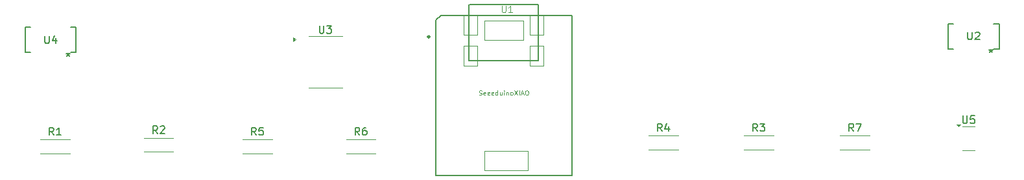
<source format=gbr>
%TF.GenerationSoftware,KiCad,Pcbnew,8.0.8*%
%TF.CreationDate,2025-05-04T21:01:19-05:00*%
%TF.ProjectId,Obstacle_detector,4f627374-6163-46c6-955f-646574656374,rev?*%
%TF.SameCoordinates,Original*%
%TF.FileFunction,Legend,Top*%
%TF.FilePolarity,Positive*%
%FSLAX46Y46*%
G04 Gerber Fmt 4.6, Leading zero omitted, Abs format (unit mm)*
G04 Created by KiCad (PCBNEW 8.0.8) date 2025-05-04 21:01:19*
%MOMM*%
%LPD*%
G01*
G04 APERTURE LIST*
%ADD10C,0.150000*%
%ADD11C,0.101600*%
%ADD12C,0.076200*%
%ADD13C,0.120000*%
%ADD14C,0.152400*%
%ADD15C,0.127000*%
%ADD16C,0.066040*%
%ADD17C,0.254000*%
G04 APERTURE END LIST*
D10*
X112293333Y-29034819D02*
X111960000Y-28558628D01*
X111721905Y-29034819D02*
X111721905Y-28034819D01*
X111721905Y-28034819D02*
X112102857Y-28034819D01*
X112102857Y-28034819D02*
X112198095Y-28082438D01*
X112198095Y-28082438D02*
X112245714Y-28130057D01*
X112245714Y-28130057D02*
X112293333Y-28225295D01*
X112293333Y-28225295D02*
X112293333Y-28368152D01*
X112293333Y-28368152D02*
X112245714Y-28463390D01*
X112245714Y-28463390D02*
X112198095Y-28511009D01*
X112198095Y-28511009D02*
X112102857Y-28558628D01*
X112102857Y-28558628D02*
X111721905Y-28558628D01*
X112626667Y-28034819D02*
X113245714Y-28034819D01*
X113245714Y-28034819D02*
X112912381Y-28415771D01*
X112912381Y-28415771D02*
X113055238Y-28415771D01*
X113055238Y-28415771D02*
X113150476Y-28463390D01*
X113150476Y-28463390D02*
X113198095Y-28511009D01*
X113198095Y-28511009D02*
X113245714Y-28606247D01*
X113245714Y-28606247D02*
X113245714Y-28844342D01*
X113245714Y-28844342D02*
X113198095Y-28939580D01*
X113198095Y-28939580D02*
X113150476Y-28987200D01*
X113150476Y-28987200D02*
X113055238Y-29034819D01*
X113055238Y-29034819D02*
X112769524Y-29034819D01*
X112769524Y-29034819D02*
X112674286Y-28987200D01*
X112674286Y-28987200D02*
X112626667Y-28939580D01*
X20417733Y-29534819D02*
X20084400Y-29058628D01*
X19846305Y-29534819D02*
X19846305Y-28534819D01*
X19846305Y-28534819D02*
X20227257Y-28534819D01*
X20227257Y-28534819D02*
X20322495Y-28582438D01*
X20322495Y-28582438D02*
X20370114Y-28630057D01*
X20370114Y-28630057D02*
X20417733Y-28725295D01*
X20417733Y-28725295D02*
X20417733Y-28868152D01*
X20417733Y-28868152D02*
X20370114Y-28963390D01*
X20370114Y-28963390D02*
X20322495Y-29011009D01*
X20322495Y-29011009D02*
X20227257Y-29058628D01*
X20227257Y-29058628D02*
X19846305Y-29058628D01*
X21370114Y-29534819D02*
X20798686Y-29534819D01*
X21084400Y-29534819D02*
X21084400Y-28534819D01*
X21084400Y-28534819D02*
X20989162Y-28677676D01*
X20989162Y-28677676D02*
X20893924Y-28772914D01*
X20893924Y-28772914D02*
X20798686Y-28820533D01*
X139100595Y-27004819D02*
X139100595Y-27814342D01*
X139100595Y-27814342D02*
X139148214Y-27909580D01*
X139148214Y-27909580D02*
X139195833Y-27957200D01*
X139195833Y-27957200D02*
X139291071Y-28004819D01*
X139291071Y-28004819D02*
X139481547Y-28004819D01*
X139481547Y-28004819D02*
X139576785Y-27957200D01*
X139576785Y-27957200D02*
X139624404Y-27909580D01*
X139624404Y-27909580D02*
X139672023Y-27814342D01*
X139672023Y-27814342D02*
X139672023Y-27004819D01*
X140624404Y-27004819D02*
X140148214Y-27004819D01*
X140148214Y-27004819D02*
X140100595Y-27481009D01*
X140100595Y-27481009D02*
X140148214Y-27433390D01*
X140148214Y-27433390D02*
X140243452Y-27385771D01*
X140243452Y-27385771D02*
X140481547Y-27385771D01*
X140481547Y-27385771D02*
X140576785Y-27433390D01*
X140576785Y-27433390D02*
X140624404Y-27481009D01*
X140624404Y-27481009D02*
X140672023Y-27576247D01*
X140672023Y-27576247D02*
X140672023Y-27814342D01*
X140672023Y-27814342D02*
X140624404Y-27909580D01*
X140624404Y-27909580D02*
X140576785Y-27957200D01*
X140576785Y-27957200D02*
X140481547Y-28004819D01*
X140481547Y-28004819D02*
X140243452Y-28004819D01*
X140243452Y-28004819D02*
X140148214Y-27957200D01*
X140148214Y-27957200D02*
X140100595Y-27909580D01*
X19238095Y-16512319D02*
X19238095Y-17321842D01*
X19238095Y-17321842D02*
X19285714Y-17417080D01*
X19285714Y-17417080D02*
X19333333Y-17464700D01*
X19333333Y-17464700D02*
X19428571Y-17512319D01*
X19428571Y-17512319D02*
X19619047Y-17512319D01*
X19619047Y-17512319D02*
X19714285Y-17464700D01*
X19714285Y-17464700D02*
X19761904Y-17417080D01*
X19761904Y-17417080D02*
X19809523Y-17321842D01*
X19809523Y-17321842D02*
X19809523Y-16512319D01*
X20714285Y-16845652D02*
X20714285Y-17512319D01*
X20476190Y-16464700D02*
X20238095Y-17178985D01*
X20238095Y-17178985D02*
X20857142Y-17178985D01*
X22286000Y-18722119D02*
X22286000Y-18960214D01*
X22047905Y-18864976D02*
X22286000Y-18960214D01*
X22286000Y-18960214D02*
X22524095Y-18864976D01*
X22143143Y-19150690D02*
X22286000Y-18960214D01*
X22286000Y-18960214D02*
X22428857Y-19150690D01*
X22286000Y-18722119D02*
X22286000Y-18960214D01*
X22047905Y-18864976D02*
X22286000Y-18960214D01*
X22286000Y-18960214D02*
X22524095Y-18864976D01*
X22143143Y-19150690D02*
X22286000Y-18960214D01*
X22286000Y-18960214D02*
X22428857Y-19150690D01*
X124833333Y-29034819D02*
X124500000Y-28558628D01*
X124261905Y-29034819D02*
X124261905Y-28034819D01*
X124261905Y-28034819D02*
X124642857Y-28034819D01*
X124642857Y-28034819D02*
X124738095Y-28082438D01*
X124738095Y-28082438D02*
X124785714Y-28130057D01*
X124785714Y-28130057D02*
X124833333Y-28225295D01*
X124833333Y-28225295D02*
X124833333Y-28368152D01*
X124833333Y-28368152D02*
X124785714Y-28463390D01*
X124785714Y-28463390D02*
X124738095Y-28511009D01*
X124738095Y-28511009D02*
X124642857Y-28558628D01*
X124642857Y-28558628D02*
X124261905Y-28558628D01*
X125166667Y-28034819D02*
X125833333Y-28034819D01*
X125833333Y-28034819D02*
X125404762Y-29034819D01*
X46833333Y-29534819D02*
X46500000Y-29058628D01*
X46261905Y-29534819D02*
X46261905Y-28534819D01*
X46261905Y-28534819D02*
X46642857Y-28534819D01*
X46642857Y-28534819D02*
X46738095Y-28582438D01*
X46738095Y-28582438D02*
X46785714Y-28630057D01*
X46785714Y-28630057D02*
X46833333Y-28725295D01*
X46833333Y-28725295D02*
X46833333Y-28868152D01*
X46833333Y-28868152D02*
X46785714Y-28963390D01*
X46785714Y-28963390D02*
X46738095Y-29011009D01*
X46738095Y-29011009D02*
X46642857Y-29058628D01*
X46642857Y-29058628D02*
X46261905Y-29058628D01*
X47738095Y-28534819D02*
X47261905Y-28534819D01*
X47261905Y-28534819D02*
X47214286Y-29011009D01*
X47214286Y-29011009D02*
X47261905Y-28963390D01*
X47261905Y-28963390D02*
X47357143Y-28915771D01*
X47357143Y-28915771D02*
X47595238Y-28915771D01*
X47595238Y-28915771D02*
X47690476Y-28963390D01*
X47690476Y-28963390D02*
X47738095Y-29011009D01*
X47738095Y-29011009D02*
X47785714Y-29106247D01*
X47785714Y-29106247D02*
X47785714Y-29344342D01*
X47785714Y-29344342D02*
X47738095Y-29439580D01*
X47738095Y-29439580D02*
X47690476Y-29487200D01*
X47690476Y-29487200D02*
X47595238Y-29534819D01*
X47595238Y-29534819D02*
X47357143Y-29534819D01*
X47357143Y-29534819D02*
X47261905Y-29487200D01*
X47261905Y-29487200D02*
X47214286Y-29439580D01*
X33957733Y-29348919D02*
X33624400Y-28872728D01*
X33386305Y-29348919D02*
X33386305Y-28348919D01*
X33386305Y-28348919D02*
X33767257Y-28348919D01*
X33767257Y-28348919D02*
X33862495Y-28396538D01*
X33862495Y-28396538D02*
X33910114Y-28444157D01*
X33910114Y-28444157D02*
X33957733Y-28539395D01*
X33957733Y-28539395D02*
X33957733Y-28682252D01*
X33957733Y-28682252D02*
X33910114Y-28777490D01*
X33910114Y-28777490D02*
X33862495Y-28825109D01*
X33862495Y-28825109D02*
X33767257Y-28872728D01*
X33767257Y-28872728D02*
X33386305Y-28872728D01*
X34338686Y-28444157D02*
X34386305Y-28396538D01*
X34386305Y-28396538D02*
X34481543Y-28348919D01*
X34481543Y-28348919D02*
X34719638Y-28348919D01*
X34719638Y-28348919D02*
X34814876Y-28396538D01*
X34814876Y-28396538D02*
X34862495Y-28444157D01*
X34862495Y-28444157D02*
X34910114Y-28539395D01*
X34910114Y-28539395D02*
X34910114Y-28634633D01*
X34910114Y-28634633D02*
X34862495Y-28777490D01*
X34862495Y-28777490D02*
X34291067Y-29348919D01*
X34291067Y-29348919D02*
X34910114Y-29348919D01*
X99833333Y-29034819D02*
X99500000Y-28558628D01*
X99261905Y-29034819D02*
X99261905Y-28034819D01*
X99261905Y-28034819D02*
X99642857Y-28034819D01*
X99642857Y-28034819D02*
X99738095Y-28082438D01*
X99738095Y-28082438D02*
X99785714Y-28130057D01*
X99785714Y-28130057D02*
X99833333Y-28225295D01*
X99833333Y-28225295D02*
X99833333Y-28368152D01*
X99833333Y-28368152D02*
X99785714Y-28463390D01*
X99785714Y-28463390D02*
X99738095Y-28511009D01*
X99738095Y-28511009D02*
X99642857Y-28558628D01*
X99642857Y-28558628D02*
X99261905Y-28558628D01*
X100690476Y-28368152D02*
X100690476Y-29034819D01*
X100452381Y-27987200D02*
X100214286Y-28701485D01*
X100214286Y-28701485D02*
X100833333Y-28701485D01*
X139738095Y-16012319D02*
X139738095Y-16821842D01*
X139738095Y-16821842D02*
X139785714Y-16917080D01*
X139785714Y-16917080D02*
X139833333Y-16964700D01*
X139833333Y-16964700D02*
X139928571Y-17012319D01*
X139928571Y-17012319D02*
X140119047Y-17012319D01*
X140119047Y-17012319D02*
X140214285Y-16964700D01*
X140214285Y-16964700D02*
X140261904Y-16917080D01*
X140261904Y-16917080D02*
X140309523Y-16821842D01*
X140309523Y-16821842D02*
X140309523Y-16012319D01*
X140738095Y-16107557D02*
X140785714Y-16059938D01*
X140785714Y-16059938D02*
X140880952Y-16012319D01*
X140880952Y-16012319D02*
X141119047Y-16012319D01*
X141119047Y-16012319D02*
X141214285Y-16059938D01*
X141214285Y-16059938D02*
X141261904Y-16107557D01*
X141261904Y-16107557D02*
X141309523Y-16202795D01*
X141309523Y-16202795D02*
X141309523Y-16298033D01*
X141309523Y-16298033D02*
X141261904Y-16440890D01*
X141261904Y-16440890D02*
X140690476Y-17012319D01*
X140690476Y-17012319D02*
X141309523Y-17012319D01*
X142786000Y-18222119D02*
X142786000Y-18460214D01*
X142547905Y-18364976D02*
X142786000Y-18460214D01*
X142786000Y-18460214D02*
X143024095Y-18364976D01*
X142643143Y-18650690D02*
X142786000Y-18460214D01*
X142786000Y-18460214D02*
X142928857Y-18650690D01*
X142786000Y-18222119D02*
X142786000Y-18460214D01*
X142547905Y-18364976D02*
X142786000Y-18460214D01*
X142786000Y-18460214D02*
X143024095Y-18364976D01*
X142643143Y-18650690D02*
X142786000Y-18460214D01*
X142786000Y-18460214D02*
X142928857Y-18650690D01*
X60333333Y-29534819D02*
X60000000Y-29058628D01*
X59761905Y-29534819D02*
X59761905Y-28534819D01*
X59761905Y-28534819D02*
X60142857Y-28534819D01*
X60142857Y-28534819D02*
X60238095Y-28582438D01*
X60238095Y-28582438D02*
X60285714Y-28630057D01*
X60285714Y-28630057D02*
X60333333Y-28725295D01*
X60333333Y-28725295D02*
X60333333Y-28868152D01*
X60333333Y-28868152D02*
X60285714Y-28963390D01*
X60285714Y-28963390D02*
X60238095Y-29011009D01*
X60238095Y-29011009D02*
X60142857Y-29058628D01*
X60142857Y-29058628D02*
X59761905Y-29058628D01*
X61190476Y-28534819D02*
X61000000Y-28534819D01*
X61000000Y-28534819D02*
X60904762Y-28582438D01*
X60904762Y-28582438D02*
X60857143Y-28630057D01*
X60857143Y-28630057D02*
X60761905Y-28772914D01*
X60761905Y-28772914D02*
X60714286Y-28963390D01*
X60714286Y-28963390D02*
X60714286Y-29344342D01*
X60714286Y-29344342D02*
X60761905Y-29439580D01*
X60761905Y-29439580D02*
X60809524Y-29487200D01*
X60809524Y-29487200D02*
X60904762Y-29534819D01*
X60904762Y-29534819D02*
X61095238Y-29534819D01*
X61095238Y-29534819D02*
X61190476Y-29487200D01*
X61190476Y-29487200D02*
X61238095Y-29439580D01*
X61238095Y-29439580D02*
X61285714Y-29344342D01*
X61285714Y-29344342D02*
X61285714Y-29106247D01*
X61285714Y-29106247D02*
X61238095Y-29011009D01*
X61238095Y-29011009D02*
X61190476Y-28963390D01*
X61190476Y-28963390D02*
X61095238Y-28915771D01*
X61095238Y-28915771D02*
X60904762Y-28915771D01*
X60904762Y-28915771D02*
X60809524Y-28963390D01*
X60809524Y-28963390D02*
X60761905Y-29011009D01*
X60761905Y-29011009D02*
X60714286Y-29106247D01*
X55100595Y-15179819D02*
X55100595Y-15989342D01*
X55100595Y-15989342D02*
X55148214Y-16084580D01*
X55148214Y-16084580D02*
X55195833Y-16132200D01*
X55195833Y-16132200D02*
X55291071Y-16179819D01*
X55291071Y-16179819D02*
X55481547Y-16179819D01*
X55481547Y-16179819D02*
X55576785Y-16132200D01*
X55576785Y-16132200D02*
X55624404Y-16084580D01*
X55624404Y-16084580D02*
X55672023Y-15989342D01*
X55672023Y-15989342D02*
X55672023Y-15179819D01*
X56052976Y-15179819D02*
X56672023Y-15179819D01*
X56672023Y-15179819D02*
X56338690Y-15560771D01*
X56338690Y-15560771D02*
X56481547Y-15560771D01*
X56481547Y-15560771D02*
X56576785Y-15608390D01*
X56576785Y-15608390D02*
X56624404Y-15656009D01*
X56624404Y-15656009D02*
X56672023Y-15751247D01*
X56672023Y-15751247D02*
X56672023Y-15989342D01*
X56672023Y-15989342D02*
X56624404Y-16084580D01*
X56624404Y-16084580D02*
X56576785Y-16132200D01*
X56576785Y-16132200D02*
X56481547Y-16179819D01*
X56481547Y-16179819D02*
X56195833Y-16179819D01*
X56195833Y-16179819D02*
X56100595Y-16132200D01*
X56100595Y-16132200D02*
X56052976Y-16084580D01*
D11*
X78918366Y-12540685D02*
X78918366Y-13260352D01*
X78918366Y-13260352D02*
X78960700Y-13345018D01*
X78960700Y-13345018D02*
X79003033Y-13387352D01*
X79003033Y-13387352D02*
X79087700Y-13429685D01*
X79087700Y-13429685D02*
X79257033Y-13429685D01*
X79257033Y-13429685D02*
X79341700Y-13387352D01*
X79341700Y-13387352D02*
X79384033Y-13345018D01*
X79384033Y-13345018D02*
X79426366Y-13260352D01*
X79426366Y-13260352D02*
X79426366Y-12540685D01*
X80315366Y-13429685D02*
X79807366Y-13429685D01*
X80061366Y-13429685D02*
X80061366Y-12540685D01*
X80061366Y-12540685D02*
X79976699Y-12667685D01*
X79976699Y-12667685D02*
X79892033Y-12752352D01*
X79892033Y-12752352D02*
X79807366Y-12794685D01*
D12*
X75929029Y-24258221D02*
X76016115Y-24287249D01*
X76016115Y-24287249D02*
X76161257Y-24287249D01*
X76161257Y-24287249D02*
X76219315Y-24258221D01*
X76219315Y-24258221D02*
X76248343Y-24229192D01*
X76248343Y-24229192D02*
X76277372Y-24171135D01*
X76277372Y-24171135D02*
X76277372Y-24113078D01*
X76277372Y-24113078D02*
X76248343Y-24055021D01*
X76248343Y-24055021D02*
X76219315Y-24025992D01*
X76219315Y-24025992D02*
X76161257Y-23996963D01*
X76161257Y-23996963D02*
X76045143Y-23967935D01*
X76045143Y-23967935D02*
X75987086Y-23938906D01*
X75987086Y-23938906D02*
X75958057Y-23909878D01*
X75958057Y-23909878D02*
X75929029Y-23851821D01*
X75929029Y-23851821D02*
X75929029Y-23793763D01*
X75929029Y-23793763D02*
X75958057Y-23735706D01*
X75958057Y-23735706D02*
X75987086Y-23706678D01*
X75987086Y-23706678D02*
X76045143Y-23677649D01*
X76045143Y-23677649D02*
X76190286Y-23677649D01*
X76190286Y-23677649D02*
X76277372Y-23706678D01*
X76770857Y-24258221D02*
X76712800Y-24287249D01*
X76712800Y-24287249D02*
X76596686Y-24287249D01*
X76596686Y-24287249D02*
X76538628Y-24258221D01*
X76538628Y-24258221D02*
X76509600Y-24200163D01*
X76509600Y-24200163D02*
X76509600Y-23967935D01*
X76509600Y-23967935D02*
X76538628Y-23909878D01*
X76538628Y-23909878D02*
X76596686Y-23880849D01*
X76596686Y-23880849D02*
X76712800Y-23880849D01*
X76712800Y-23880849D02*
X76770857Y-23909878D01*
X76770857Y-23909878D02*
X76799886Y-23967935D01*
X76799886Y-23967935D02*
X76799886Y-24025992D01*
X76799886Y-24025992D02*
X76509600Y-24084049D01*
X77293371Y-24258221D02*
X77235314Y-24287249D01*
X77235314Y-24287249D02*
X77119200Y-24287249D01*
X77119200Y-24287249D02*
X77061142Y-24258221D01*
X77061142Y-24258221D02*
X77032114Y-24200163D01*
X77032114Y-24200163D02*
X77032114Y-23967935D01*
X77032114Y-23967935D02*
X77061142Y-23909878D01*
X77061142Y-23909878D02*
X77119200Y-23880849D01*
X77119200Y-23880849D02*
X77235314Y-23880849D01*
X77235314Y-23880849D02*
X77293371Y-23909878D01*
X77293371Y-23909878D02*
X77322400Y-23967935D01*
X77322400Y-23967935D02*
X77322400Y-24025992D01*
X77322400Y-24025992D02*
X77032114Y-24084049D01*
X77815885Y-24258221D02*
X77757828Y-24287249D01*
X77757828Y-24287249D02*
X77641714Y-24287249D01*
X77641714Y-24287249D02*
X77583656Y-24258221D01*
X77583656Y-24258221D02*
X77554628Y-24200163D01*
X77554628Y-24200163D02*
X77554628Y-23967935D01*
X77554628Y-23967935D02*
X77583656Y-23909878D01*
X77583656Y-23909878D02*
X77641714Y-23880849D01*
X77641714Y-23880849D02*
X77757828Y-23880849D01*
X77757828Y-23880849D02*
X77815885Y-23909878D01*
X77815885Y-23909878D02*
X77844914Y-23967935D01*
X77844914Y-23967935D02*
X77844914Y-24025992D01*
X77844914Y-24025992D02*
X77554628Y-24084049D01*
X78367428Y-24287249D02*
X78367428Y-23677649D01*
X78367428Y-24258221D02*
X78309370Y-24287249D01*
X78309370Y-24287249D02*
X78193256Y-24287249D01*
X78193256Y-24287249D02*
X78135199Y-24258221D01*
X78135199Y-24258221D02*
X78106170Y-24229192D01*
X78106170Y-24229192D02*
X78077142Y-24171135D01*
X78077142Y-24171135D02*
X78077142Y-23996963D01*
X78077142Y-23996963D02*
X78106170Y-23938906D01*
X78106170Y-23938906D02*
X78135199Y-23909878D01*
X78135199Y-23909878D02*
X78193256Y-23880849D01*
X78193256Y-23880849D02*
X78309370Y-23880849D01*
X78309370Y-23880849D02*
X78367428Y-23909878D01*
X78918971Y-23880849D02*
X78918971Y-24287249D01*
X78657713Y-23880849D02*
X78657713Y-24200163D01*
X78657713Y-24200163D02*
X78686742Y-24258221D01*
X78686742Y-24258221D02*
X78744799Y-24287249D01*
X78744799Y-24287249D02*
X78831885Y-24287249D01*
X78831885Y-24287249D02*
X78889942Y-24258221D01*
X78889942Y-24258221D02*
X78918971Y-24229192D01*
X79209256Y-24287249D02*
X79209256Y-23880849D01*
X79209256Y-23677649D02*
X79180228Y-23706678D01*
X79180228Y-23706678D02*
X79209256Y-23735706D01*
X79209256Y-23735706D02*
X79238285Y-23706678D01*
X79238285Y-23706678D02*
X79209256Y-23677649D01*
X79209256Y-23677649D02*
X79209256Y-23735706D01*
X79499542Y-23880849D02*
X79499542Y-24287249D01*
X79499542Y-23938906D02*
X79528571Y-23909878D01*
X79528571Y-23909878D02*
X79586628Y-23880849D01*
X79586628Y-23880849D02*
X79673714Y-23880849D01*
X79673714Y-23880849D02*
X79731771Y-23909878D01*
X79731771Y-23909878D02*
X79760800Y-23967935D01*
X79760800Y-23967935D02*
X79760800Y-24287249D01*
X80138171Y-24287249D02*
X80080114Y-24258221D01*
X80080114Y-24258221D02*
X80051085Y-24229192D01*
X80051085Y-24229192D02*
X80022057Y-24171135D01*
X80022057Y-24171135D02*
X80022057Y-23996963D01*
X80022057Y-23996963D02*
X80051085Y-23938906D01*
X80051085Y-23938906D02*
X80080114Y-23909878D01*
X80080114Y-23909878D02*
X80138171Y-23880849D01*
X80138171Y-23880849D02*
X80225257Y-23880849D01*
X80225257Y-23880849D02*
X80283314Y-23909878D01*
X80283314Y-23909878D02*
X80312343Y-23938906D01*
X80312343Y-23938906D02*
X80341371Y-23996963D01*
X80341371Y-23996963D02*
X80341371Y-24171135D01*
X80341371Y-24171135D02*
X80312343Y-24229192D01*
X80312343Y-24229192D02*
X80283314Y-24258221D01*
X80283314Y-24258221D02*
X80225257Y-24287249D01*
X80225257Y-24287249D02*
X80138171Y-24287249D01*
X80544571Y-23677649D02*
X80950971Y-24287249D01*
X80950971Y-23677649D02*
X80544571Y-24287249D01*
X81183199Y-24287249D02*
X81183199Y-23677649D01*
X81444457Y-24113078D02*
X81734743Y-24113078D01*
X81386400Y-24287249D02*
X81589600Y-23677649D01*
X81589600Y-23677649D02*
X81792800Y-24287249D01*
X82112114Y-23677649D02*
X82228228Y-23677649D01*
X82228228Y-23677649D02*
X82286285Y-23706678D01*
X82286285Y-23706678D02*
X82344342Y-23764735D01*
X82344342Y-23764735D02*
X82373371Y-23880849D01*
X82373371Y-23880849D02*
X82373371Y-24084049D01*
X82373371Y-24084049D02*
X82344342Y-24200163D01*
X82344342Y-24200163D02*
X82286285Y-24258221D01*
X82286285Y-24258221D02*
X82228228Y-24287249D01*
X82228228Y-24287249D02*
X82112114Y-24287249D01*
X82112114Y-24287249D02*
X82054057Y-24258221D01*
X82054057Y-24258221D02*
X81995999Y-24200163D01*
X81995999Y-24200163D02*
X81966971Y-24084049D01*
X81966971Y-24084049D02*
X81966971Y-23880849D01*
X81966971Y-23880849D02*
X81995999Y-23764735D01*
X81995999Y-23764735D02*
X82054057Y-23706678D01*
X82054057Y-23706678D02*
X82112114Y-23677649D01*
D13*
%TO.C,R3*%
X110540000Y-29580000D02*
X114380000Y-29580000D01*
X110540000Y-31420000D02*
X114380000Y-31420000D01*
%TO.C,R1*%
X18664400Y-30080000D02*
X22504400Y-30080000D01*
X18664400Y-31920000D02*
X22504400Y-31920000D01*
%TO.C,U5*%
X139862500Y-28390000D02*
X139062500Y-28390000D01*
X139862500Y-28390000D02*
X140662500Y-28390000D01*
X139862500Y-31510000D02*
X139062500Y-31510000D01*
X139862500Y-31510000D02*
X140662500Y-31510000D01*
X138562500Y-28440000D02*
X138322500Y-28110000D01*
X138802500Y-28110000D01*
X138562500Y-28440000D01*
G36*
X138562500Y-28440000D02*
G01*
X138322500Y-28110000D01*
X138802500Y-28110000D01*
X138562500Y-28440000D01*
G37*
D14*
%TO.C,U4*%
X16659900Y-15406500D02*
X16659900Y-18708500D01*
X16659900Y-18708500D02*
X17397389Y-18708500D01*
X17397389Y-15406500D02*
X16659900Y-15406500D01*
X22602611Y-18708500D02*
X23340100Y-18708500D01*
X23340100Y-15406500D02*
X22602611Y-15406500D01*
X23340100Y-18708500D02*
X23340100Y-15406500D01*
D13*
%TO.C,R7*%
X123080000Y-29580000D02*
X126920000Y-29580000D01*
X123080000Y-31420000D02*
X126920000Y-31420000D01*
%TO.C,R5*%
X45080000Y-30080000D02*
X48920000Y-30080000D01*
X45080000Y-31920000D02*
X48920000Y-31920000D01*
%TO.C,R2*%
X32204400Y-29894100D02*
X36044400Y-29894100D01*
X32204400Y-31734100D02*
X36044400Y-31734100D01*
%TO.C,R4*%
X98080000Y-29580000D02*
X101920000Y-29580000D01*
X98080000Y-31420000D02*
X101920000Y-31420000D01*
D14*
%TO.C,U2*%
X137159900Y-14906500D02*
X137159900Y-18208500D01*
X137159900Y-18208500D02*
X137897389Y-18208500D01*
X137897389Y-14906500D02*
X137159900Y-14906500D01*
X143102611Y-18208500D02*
X143840100Y-18208500D01*
X143840100Y-14906500D02*
X143102611Y-14906500D01*
X143840100Y-18208500D02*
X143840100Y-14906500D01*
D13*
%TO.C,R6*%
X58580000Y-30080000D02*
X62420000Y-30080000D01*
X58580000Y-31920000D02*
X62420000Y-31920000D01*
%TO.C,U3*%
X55862500Y-16540000D02*
X53662500Y-16540000D01*
X55862500Y-16540000D02*
X58062500Y-16540000D01*
X55862500Y-23310000D02*
X53662500Y-23310000D01*
X55862500Y-23310000D02*
X58062500Y-23310000D01*
X52002500Y-17000000D02*
X51672500Y-17240000D01*
X51672500Y-16760000D01*
X52002500Y-17000000D01*
G36*
X52002500Y-17000000D02*
G01*
X51672500Y-17240000D01*
X51672500Y-16760000D01*
X52002500Y-17000000D01*
G37*
D15*
%TO.C,U1*%
X70261200Y-14476580D02*
X70261200Y-34804200D01*
X70261200Y-34804200D02*
X88058980Y-34804200D01*
X70931760Y-13806020D02*
X70261200Y-14476580D01*
D16*
X73944200Y-13722200D02*
X75722200Y-13722200D01*
X73944200Y-16389200D02*
X73944200Y-13722200D01*
X73944200Y-16389200D02*
X75722200Y-16389200D01*
X73944200Y-17786200D02*
X75722200Y-17786200D01*
X73944200Y-20455740D02*
X73944200Y-17786200D01*
X73944200Y-20455740D02*
X75722200Y-20455740D01*
D15*
X74655400Y-19734380D02*
X74655400Y-12381080D01*
X74660480Y-12381080D02*
X83654620Y-12381080D01*
D16*
X75722200Y-16389200D02*
X75722200Y-13722200D01*
X75722200Y-20455740D02*
X75722200Y-17786200D01*
X76611200Y-14484200D02*
X81691200Y-14484200D01*
X76611200Y-17024200D02*
X76611200Y-14484200D01*
X76611200Y-17024200D02*
X81691200Y-17024200D01*
X76611200Y-31629200D02*
X82326200Y-31629200D01*
X76611200Y-34169200D02*
X76611200Y-31629200D01*
X76611200Y-34169200D02*
X82326200Y-34169200D01*
X81691200Y-17024200D02*
X81691200Y-14484200D01*
X82326200Y-34169200D02*
X82326200Y-31629200D01*
X82580200Y-13722200D02*
X84358200Y-13722200D01*
X82580200Y-16389200D02*
X82580200Y-13722200D01*
X82580200Y-16389200D02*
X84358200Y-16389200D01*
X82580200Y-17786200D02*
X84358200Y-17786200D01*
X82580200Y-20455740D02*
X82580200Y-17786200D01*
X82580200Y-20455740D02*
X84358200Y-20455740D01*
D15*
X83654620Y-12381080D02*
X83654620Y-19734380D01*
X83654620Y-19734380D02*
X74655400Y-19734380D01*
D16*
X84358200Y-16389200D02*
X84358200Y-13722200D01*
X84358200Y-20455740D02*
X84358200Y-17786200D01*
D15*
X88058980Y-13806020D02*
X70931760Y-13806020D01*
X88058980Y-34804200D02*
X88058980Y-13806020D01*
D17*
X69499200Y-16643200D02*
G75*
G02*
X69245200Y-16643200I-127000J0D01*
G01*
X69245200Y-16643200D02*
G75*
G02*
X69499200Y-16643200I127000J0D01*
G01*
%TD*%
M02*

</source>
